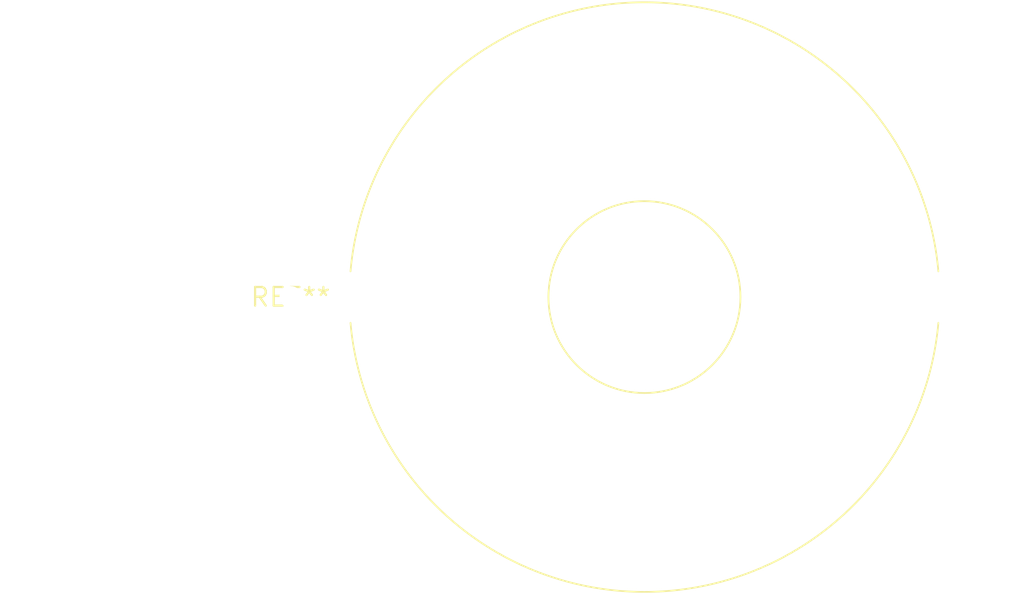
<source format=kicad_pcb>
(kicad_pcb (version 20240108) (generator pcbnew)
  (layers (0 "F.Cu" signal) (31 "B.Cu" signal) (34 "B.Paste" user) (35 "F.Paste" user) (36 "B.SilkS" user "B.Silkscreen") (37 "F.SilkS" user "F.Silkscreen") (38 "B.Mask" user) (39 "F.Mask" user) (44 "Edge.Cuts" user))
  (net 0 "")
  (footprint "L_Toroid_Horizontal_D40.0mm_P48.26mm" (layer "F.Cu") (at 0 0)
    (property "Reference" "REF**")
    (property "Value" "L_Toroid_Horizontal_D40.0mm_P48.26mm")
    (fp_arc (start 4.087126 -1.76) (mid 24.13 -20.12) (end 44.172874 -1.76) (layer "F.SilkS") (stroke (width 0.12)))
    (fp_arc (start 44.172874 1.76) (mid 24.13 20.12) (end 4.087126 1.76) (layer "F.SilkS") (stroke (width 0.12)))
    (fp_circle (center 24.13 0) (end 30.676667 0) (layer "F.SilkS") (stroke (width 0.12)) (fill none))
    (pad "1" thru_hole circle (at 0 0) (size 3 3) (drill 1.5) (layers *.Cu *.Mask) (remove_unused_layers))
    (pad "2" thru_hole circle (at 48.26 0) (size 3 3) (drill 1.5) (layers *.Cu *.Mask) (remove_unused_layers))
  )
)
</source>
